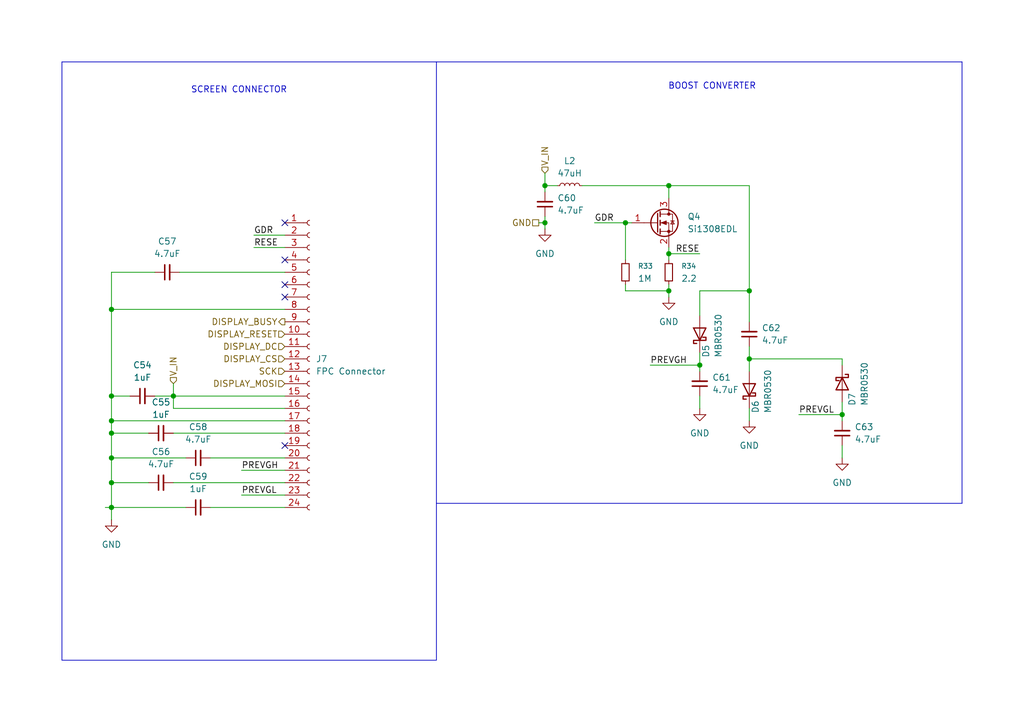
<source format=kicad_sch>
(kicad_sch (version 20250114) (generator "eeschema") (generator_version "9.0")
  (paper "A5")
  (lib_symbols
    (symbol "Connector:Conn_01x24_Socket" (pin_names (offset 1.016) (hide yes))
      (property "Reference" "J" (at 0 30.48 0))
      (property "Value" "Conn_01x24_Socket" (at 0 -33.02 0))
      (symbol "Conn_01x24_Socket_1_1"
        (polyline (pts (xy -1.27 27.94) (xy -0.508 27.94)) (stroke (width 0.1524)))
        (polyline (pts (xy -1.27 25.4) (xy -0.508 25.4)) (stroke (width 0.1524)))
        (polyline (pts (xy -1.27 22.86) (xy -0.508 22.86)) (stroke (width 0.1524)))
        (polyline (pts (xy -1.27 20.32) (xy -0.508 20.32)) (stroke (width 0.1524)))
        (polyline (pts (xy -1.27 17.78) (xy -0.508 17.78)) (stroke (width 0.1524)))
        (polyline (pts (xy -1.27 15.24) (xy -0.508 15.24)) (stroke (width 0.1524)))
        (polyline (pts (xy -1.27 12.7) (xy -0.508 12.7)) (stroke (width 0.1524)))
        (polyline (pts (xy -1.27 10.16) (xy -0.508 10.16)) (stroke (width 0.1524)))
        (polyline (pts (xy -1.27 7.62) (xy -0.508 7.62)) (stroke (width 0.1524)))
        (polyline (pts (xy -1.27 5.08) (xy -0.508 5.08)) (stroke (width 0.1524)))
        (polyline (pts (xy -1.27 2.54) (xy -0.508 2.54)) (stroke (width 0.1524)))
        (polyline (pts (xy -1.27 0) (xy -0.508 0)) (stroke (width 0.1524)))
        (polyline (pts (xy -1.27 -2.54) (xy -0.508 -2.54)) (stroke (width 0.1524)))
        (polyline (pts (xy -1.27 -5.08) (xy -0.508 -5.08)) (stroke (width 0.1524)))
        (polyline (pts (xy -1.27 -7.62) (xy -0.508 -7.62)) (stroke (width 0.1524)))
        (polyline (pts (xy -1.27 -10.16) (xy -0.508 -10.16)) (stroke (width 0.1524)))
        (polyline (pts (xy -1.27 -12.7) (xy -0.508 -12.7)) (stroke (width 0.1524)))
        (polyline (pts (xy -1.27 -15.24) (xy -0.508 -15.24)) (stroke (width 0.1524)))
        (polyline (pts (xy -1.27 -17.78) (xy -0.508 -17.78)) (stroke (width 0.1524)))
        (polyline (pts (xy -1.27 -20.32) (xy -0.508 -20.32)) (stroke (width 0.1524)))
        (polyline (pts (xy -1.27 -22.86) (xy -0.508 -22.86)) (stroke (width 0.1524)))
        (polyline (pts (xy -1.27 -25.4) (xy -0.508 -25.4)) (stroke (width 0.1524)))
        (polyline (pts (xy -1.27 -27.94) (xy -0.508 -27.94)) (stroke (width 0.1524)))
        (polyline (pts (xy -1.27 -30.48) (xy -0.508 -30.48)) (stroke (width 0.1524)))
        (arc (start 0 27.432) (mid -0.5058 27.94) (end 0 28.448) (stroke (width 0.1524)))
        (arc (start 0 24.892) (mid -0.5058 25.4) (end 0 25.908) (stroke (width 0.1524)))
        (arc (start 0 22.352) (mid -0.5058 22.86) (end 0 23.368) (stroke (width 0.1524)))
        (arc (start 0 19.812) (mid -0.5058 20.32) (end 0 20.828) (stroke (width 0.1524)))
        (arc (start 0 17.272) (mid -0.5058 17.78) (end 0 18.288) (stroke (width 0.1524)))
        (arc (start 0 14.732) (mid -0.5058 15.24) (end 0 15.748) (stroke (width 0.1524)))
        (arc (start 0 12.192) (mid -0.5058 12.7) (end 0 13.208) (stroke (width 0.1524)))
        (arc (start 0 9.652) (mid -0.5058 10.16) (end 0 10.668) (stroke (width 0.1524)))
        (arc (start 0 7.112) (mid -0.5058 7.62) (end 0 8.128) (stroke (width 0.1524)))
        (arc (start 0 4.572) (mid -0.5058 5.08) (end 0 5.588) (stroke (width 0.1524)))
        (arc (start 0 2.032) (mid -0.5058 2.54) (end 0 3.048) (stroke (width 0.1524)))
        (arc (start 0 -0.508) (mid -0.5058 0) (end 0 0.508) (stroke (width 0.1524)))
        (arc (start 0 -3.048) (mid -0.5058 -2.54) (end 0 -2.032) (stroke (width 0.1524)))
        (arc (start 0 -5.588) (mid -0.5058 -5.08) (end 0 -4.572) (stroke (width 0.1524)))
        (arc (start 0 -8.128) (mid -0.5058 -7.62) (end 0 -7.112) (stroke (width 0.1524)))
        (arc (start 0 -10.668) (mid -0.5058 -10.16) (end 0 -9.652) (stroke (width 0.1524)))
        (arc (start 0 -13.208) (mid -0.5058 -12.7) (end 0 -12.192) (stroke (width 0.1524)))
        (arc (start 0 -15.748) (mid -0.5058 -15.24) (end 0 -14.732) (stroke (width 0.1524)))
        (arc (start 0 -18.288) (mid -0.5058 -17.78) (end 0 -17.272) (stroke (width 0.1524)))
        (arc (start 0 -20.828) (mid -0.5058 -20.32) (end 0 -19.812) (stroke (width 0.1524)))
        (arc (start 0 -23.368) (mid -0.5058 -22.86) (end 0 -22.352) (stroke (width 0.1524)))
        (arc (start 0 -25.908) (mid -0.5058 -25.4) (end 0 -24.892) (stroke (width 0.1524)))
        (arc (start 0 -28.448) (mid -0.5058 -27.94) (end 0 -27.432) (stroke (width 0.1524)))
        (arc (start 0 -30.988) (mid -0.5058 -30.48) (end 0 -29.972) (stroke (width 0.1524)))
        (pin passive line (at -5.08 27.94 0) (length 3.81) (name "Pin_1") (number "1"))
        (pin passive line (at -5.08 25.4 0) (length 3.81) (name "Pin_2") (number "2"))
        (pin passive line (at -5.08 22.86 0) (length 3.81) (name "Pin_3") (number "3"))
        (pin passive line (at -5.08 20.32 0) (length 3.81) (name "Pin_4") (number "4"))
        (pin passive line (at -5.08 17.78 0) (length 3.81) (name "Pin_5") (number "5"))
        (pin passive line (at -5.08 15.24 0) (length 3.81) (name "Pin_6") (number "6"))
        (pin passive line (at -5.08 12.7 0) (length 3.81) (name "Pin_7") (number "7"))
        (pin passive line (at -5.08 10.16 0) (length 3.81) (name "Pin_8") (number "8"))
        (pin passive line (at -5.08 7.62 0) (length 3.81) (name "Pin_9") (number "9"))
        (pin passive line (at -5.08 5.08 0) (length 3.81) (name "Pin_10") (number "10"))
        (pin passive line (at -5.08 2.54 0) (length 3.81) (name "Pin_11") (number "11"))
        (pin passive line (at -5.08 0 0) (length 3.81) (name "Pin_12") (number "12"))
        (pin passive line (at -5.08 -2.54 0) (length 3.81) (name "Pin_13") (number "13"))
        (pin passive line (at -5.08 -5.08 0) (length 3.81) (name "Pin_14") (number "14"))
        (pin passive line (at -5.08 -7.62 0) (length 3.81) (name "Pin_15") (number "15"))
        (pin passive line (at -5.08 -10.16 0) (length 3.81) (name "Pin_16") (number "16"))
        (pin passive line (at -5.08 -12.7 0) (length 3.81) (name "Pin_17") (number "17"))
        (pin passive line (at -5.08 -15.24 0) (length 3.81) (name "Pin_18") (number "18"))
        (pin passive line (at -5.08 -17.78 0) (length 3.81) (name "Pin_19") (number "19"))
        (pin passive line (at -5.08 -20.32 0) (length 3.81) (name "Pin_20") (number "20"))
        (pin passive line (at -5.08 -22.86 0) (length 3.81) (name "Pin_21") (number "21"))
        (pin passive line (at -5.08 -25.4 0) (length 3.81) (name "Pin_22") (number "22"))
        (pin passive line (at -5.08 -27.94 0) (length 3.81) (name "Pin_23") (number "23"))
        (pin passive line (at -5.08 -30.48 0) (length 3.81) (name "Pin_24") (number "24"))
      )
    )
    (symbol "Device:C_Small" (pin_numbers (hide yes)) (pin_names (offset 0.254) (hide yes))
      (property "Reference" "C" (at 0.254 1.778 0))
      (property "Value" "C_Small" (at 0.254 -2.032 0))
      (symbol "C_Small_0_1"
        (polyline (pts (xy -1.524 0.508) (xy 1.524 0.508)) (stroke (width 0.3048)))
        (polyline (pts (xy -1.524 -0.508) (xy 1.524 -0.508)) (stroke (width 0.3302)))
      )
      (symbol "C_Small_1_1"
        (pin passive line (at 0 2.54 270) (length 2.032) (name "~") (number "1"))
        (pin passive line (at 0 -2.54 90) (length 2.032) (name "~") (number "2"))
      )
    )
    (symbol "Device:L_Small" (pin_numbers (hide yes)) (pin_names (offset 0.254) (hide yes))
      (property "Reference" "L" (at 0.762 1.016 0))
      (property "Value" "L_Small" (at 0.762 -1.016 0))
      (symbol "L_Small_0_1"
        (arc (start 0 2.032) (mid 0.5058 1.524) (end 0 1.016))
        (arc (start 0 1.016) (mid 0.5058 0.508) (end 0 0))
        (arc (start 0 0) (mid 0.5058 -0.508) (end 0 -1.016))
        (arc (start 0 -1.016) (mid 0.5058 -1.524) (end 0 -2.032))
      )
      (symbol "L_Small_1_1"
        (pin passive line (at 0 2.54 270) (length 0.508) (name "~") (number "1"))
        (pin passive line (at 0 -2.54 90) (length 0.508) (name "~") (number "2"))
      )
    )
    (symbol "Diode:MBR0530" (pin_numbers (hide yes)) (pin_names (offset 1.016) (hide yes))
      (property "Reference" "D" (at 0 2.54 0))
      (property "Value" "MBR0530" (at 0 -2.54 0))
      (symbol "MBR0530_0_1"
        (polyline (pts (xy -1.905 0.635) (xy -1.905 1.27) (xy -1.27 1.27) (xy -1.27 -1.27) (xy -0.635 -1.27) (xy -0.635 -0.635)) (stroke (width 0.254)))
        (polyline (pts (xy 1.27 1.27) (xy 1.27 -1.27) (xy -1.27 0) (xy 1.27 1.27)) (stroke (width 0.254)))
        (polyline (pts (xy 1.27 0) (xy -1.27 0)))
      )
      (symbol "MBR0530_1_1"
        (pin passive line (at -3.81 0 0) (length 2.54) (name "K") (number "1"))
        (pin passive line (at 3.81 0 180) (length 2.54) (name "A") (number "2"))
      )
    )
    (symbol "R_Small_5" (pin_numbers (hide yes)) (pin_names (offset 0.254) (hide yes))
      (property "Reference" "R" (at 0 0 90))
      (property "Value" "R_Small" (at 1.778 0 90))
      (symbol "R_Small_5_0_1"
        (rectangle (start -0.762 1.778) (end 0.762 -1.778) (stroke (width 0.2032)))
      )
      (symbol "R_Small_5_1_1"
        (pin passive line (at 0 2.54 270) (length 0.762) (name "~") (number "1"))
        (pin passive line (at 0 -2.54 90) (length 0.762) (name "~") (number "2"))
      )
    )
    (symbol "Transistor_FET:Si1308EDL" (pin_names (offset 0) (hide yes))
      (property "Reference" "Q" (at 5.08 1.905 0))
      (property "Value" "Si1308EDL" (at 5.08 0 0))
      (symbol "Si1308EDL_0_1"
        (polyline (pts (xy 0.254 1.905) (xy 0.254 -1.905)) (stroke (width 0.254)))
        (polyline (pts (xy 0.254 0) (xy -2.54 0)))
        (polyline (pts (xy 0.762 2.286) (xy 0.762 1.27)) (stroke (width 0.254)))
        (polyline (pts (xy 0.762 0.508) (xy 0.762 -0.508)) (stroke (width 0.254)))
        (polyline (pts (xy 0.762 -1.27) (xy 0.762 -2.286)) (stroke (width 0.254)))
        (polyline (pts (xy 0.762 -1.778) (xy 3.302 -1.778) (xy 3.302 1.778) (xy 0.762 1.778)))
        (polyline (pts (xy 1.016 0) (xy 2.032 0.381) (xy 2.032 -0.381) (xy 1.016 0)) (fill (type outline)))
        (circle (center 1.651 0) (radius 2.794) (stroke (width 0.254)))
        (polyline (pts (xy 2.54 2.54) (xy 2.54 1.778)))
        (circle (center 2.54 1.778) (radius 0.254) (fill (type outline)))
        (circle (center 2.54 -1.778) (radius 0.254) (fill (type outline)))
        (polyline (pts (xy 2.54 -2.54) (xy 2.54 0) (xy 0.762 0)))
        (polyline (pts (xy 2.921 0.381) (xy 3.683 0.381)))
        (polyline (pts (xy 3.302 0.381) (xy 2.921 -0.254) (xy 3.683 -0.254) (xy 3.302 0.381)))
      )
      (symbol "Si1308EDL_1_1"
        (pin input line (at -5.08 0 0) (length 2.54) (name "G") (number "1"))
        (pin passive line (at 2.54 5.08 270) (length 2.54) (name "D") (number "3"))
        (pin passive line (at 2.54 -5.08 90) (length 2.54) (name "S") (number "2"))
      )
    )
    (symbol "power:GND" (power) (pin_numbers (hide yes)) (pin_names (offset 0) (hide yes))
      (property "Value" "GND" (at 0 -3.81 0))
      (symbol "GND_0_1"
        (polyline (pts (xy 0 0) (xy 0 -1.27) (xy 1.27 -1.27) (xy 0 -2.54) (xy -1.27 -1.27) (xy 0 -1.27)))
      )
      (symbol "GND_1_1"
        (pin power_in line (at 0 0 270) (length 0) (name "~") (number "1"))
      )
    )
  )
  (rectangle (start 12.7 12.7) (end 89.5 135.5))
  (text "BOOST CONVERTER" (at 146.05 17.78 0) (effects (font (size 1.27 1.27))))
  (text "SCREEN CONNECTOR" (at 49.022 18.542 0) (effects (font (size 1.27 1.27))))
  (junction (at 172.72 85.09))
  (junction (at 22.86 88.9))
  (junction (at 22.86 63.5))
  (junction (at 22.86 104.14))
  (junction (at 128.27 45.72))
  (junction (at 111.76 38.1))
  (junction (at 137.16 59.69))
  (junction (at 137.16 52.07))
  (junction (at 153.67 73.66))
  (junction (at 35.56 81.28))
  (junction (at 22.86 99.06))
  (junction (at 22.86 81.28))
  (junction (at 111.76 45.72))
  (junction (at 153.67 59.69))
  (junction (at 137.16 38.1))
  (junction (at 22.86 93.98))
  (junction (at 143.51 74.93))
  (junction (at 22.86 86.36))
  (no_connect (at 58.42 91.44))
  (no_connect (at 58.42 58.42))
  (no_connect (at 58.42 60.96))
  (no_connect (at 58.42 53.34))
  (no_connect (at 58.42 45.72))
  (wire (pts (xy 21.59 104.14) (xy 22.86 104.14)))
  (wire (pts (xy 143.51 64.77) (xy 143.51 59.69)))
  (wire (pts (xy 111.76 45.72) (xy 111.76 46.99)))
  (wire (pts (xy 128.27 45.72) (xy 128.27 53.34)))
  (wire (pts (xy 22.86 86.36) (xy 58.42 86.36)))
  (wire (pts (xy 22.86 81.28) (xy 26.67 81.28)))
  (wire (pts (xy 22.86 93.98) (xy 22.86 88.9)))
  (wire (pts (xy 172.72 74.93) (xy 172.72 73.66)))
  (wire (pts (xy 22.86 63.5) (xy 58.42 63.5)))
  (wire (pts (xy 22.86 88.9) (xy 22.86 86.36)))
  (wire (pts (xy 35.56 81.28) (xy 58.42 81.28)))
  (wire (pts (xy 22.86 106.68) (xy 22.86 104.14)))
  (wire (pts (xy 35.56 83.82) (xy 35.56 81.28)))
  (wire (pts (xy 22.86 81.28) (xy 22.86 63.5)))
  (wire (pts (xy 22.86 93.98) (xy 38.1 93.98)))
  (wire (pts (xy 58.42 83.82) (xy 35.56 83.82)))
  (wire (pts (xy 35.56 78.74) (xy 35.56 81.28)))
  (wire (pts (xy 22.86 63.5) (xy 22.86 55.88)))
  (wire (pts (xy 111.76 35.56) (xy 111.76 38.1)))
  (wire (pts (xy 111.76 38.1) (xy 111.76 39.37)))
  (wire (pts (xy 43.18 93.98) (xy 58.42 93.98)))
  (wire (pts (xy 153.67 38.1) (xy 137.16 38.1)))
  (wire (pts (xy 153.67 73.66) (xy 153.67 76.2)))
  (wire (pts (xy 153.67 71.12) (xy 153.67 73.66)))
  (wire (pts (xy 137.16 50.8) (xy 137.16 52.07)))
  (wire (pts (xy 22.86 104.14) (xy 38.1 104.14)))
  (wire (pts (xy 119.38 38.1) (xy 137.16 38.1)))
  (polyline (pts (xy 89.5 103.3) (xy 197.3 103.3)))
  (wire (pts (xy 137.16 59.69) (xy 137.16 60.96)))
  (wire (pts (xy 128.27 59.69) (xy 137.16 59.69)))
  (wire (pts (xy 172.72 82.55) (xy 172.72 85.09)))
  (wire (pts (xy 137.16 38.1) (xy 137.16 40.64)))
  (wire (pts (xy 137.16 52.07) (xy 137.16 53.34)))
  (wire (pts (xy 22.86 88.9) (xy 30.48 88.9)))
  (wire (pts (xy 153.67 66.04) (xy 153.67 59.69)))
  (wire (pts (xy 35.56 99.06) (xy 58.42 99.06)))
  (wire (pts (xy 153.67 59.69) (xy 153.67 38.1)))
  (wire (pts (xy 172.72 91.44) (xy 172.72 93.98)))
  (wire (pts (xy 128.27 58.42) (xy 128.27 59.69)))
  (polyline (pts (xy 89.5 12.7) (xy 197.3 12.7)))
  (wire (pts (xy 22.86 86.36) (xy 22.86 81.28)))
  (wire (pts (xy 143.51 72.39) (xy 143.51 74.93)))
  (wire (pts (xy 22.86 99.06) (xy 30.48 99.06)))
  (wire (pts (xy 129.54 45.72) (xy 128.27 45.72)))
  (wire (pts (xy 153.67 73.66) (xy 172.72 73.66)))
  (wire (pts (xy 52.07 50.8) (xy 58.42 50.8)))
  (wire (pts (xy 143.51 74.93) (xy 143.51 76.2)))
  (wire (pts (xy 22.86 55.88) (xy 31.75 55.88)))
  (wire (pts (xy 35.56 88.9) (xy 58.42 88.9)))
  (wire (pts (xy 22.86 104.14) (xy 22.86 99.06)))
  (wire (pts (xy 153.67 83.82) (xy 153.67 86.36)))
  (wire (pts (xy 52.07 48.26) (xy 58.42 48.26)))
  (wire (pts (xy 111.76 38.1) (xy 114.3 38.1)))
  (wire (pts (xy 111.76 44.45) (xy 111.76 45.72)))
  (wire (pts (xy 31.75 81.28) (xy 35.56 81.28)))
  (polyline (pts (xy 197.3 12.7) (xy 197.3 103.3)))
  (wire (pts (xy 49.53 101.6) (xy 58.42 101.6)))
  (wire (pts (xy 36.83 55.88) (xy 58.42 55.88)))
  (wire (pts (xy 128.27 45.72) (xy 121.92 45.72)))
  (wire (pts (xy 172.72 85.09) (xy 172.72 86.36)))
  (wire (pts (xy 163.83 85.09) (xy 172.72 85.09)))
  (wire (pts (xy 43.18 104.14) (xy 58.42 104.14)))
  (wire (pts (xy 137.16 58.42) (xy 137.16 59.69)))
  (wire (pts (xy 49.53 96.52) (xy 58.42 96.52)))
  (wire (pts (xy 133.35 74.93) (xy 143.51 74.93)))
  (wire (pts (xy 143.51 59.69) (xy 153.67 59.69)))
  (wire (pts (xy 143.51 52.07) (xy 137.16 52.07)))
  (wire (pts (xy 110.49 45.72) (xy 111.76 45.72)))
  (wire (pts (xy 22.86 99.06) (xy 22.86 93.98)))
  (wire (pts (xy 143.51 81.28) (xy 143.51 83.82)))
  (label "GDR" (at 121.92 45.72 0))
  (label "RESE" (at 143.51 52.07 180))
  (label "PREVGH" (at 49.53 96.52 0))
  (label "PREVGL" (at 163.83 85.09 0))
  (label "RESE" (at 52.07 50.8 0))
  (label "PREVGH" (at 133.35 74.93 0))
  (label "PREVGL" (at 49.53 101.6 0))
  (label "GDR" (at 52.07 48.26 0))
  (hierarchical_label "DISPLAY_DC" (shape input) (at 58.42 71.12 180))
  (hierarchical_label "GND" (shape passive) (at 110.49 45.72 180))
  (hierarchical_label "DISPLAY_RESET" (shape input) (at 58.42 68.58 180))
  (hierarchical_label "V_IN" (shape input) (at 111.76 35.56 90))
  (hierarchical_label "DISPLAY_BUSY" (shape output) (at 58.42 66.04 180))
  (hierarchical_label "DISPLAY_MOSI" (shape input) (at 58.42 78.74 180))
  (hierarchical_label "V_IN" (shape input) (at 35.56 78.74 90))
  (hierarchical_label "DISPLAY_CS" (shape input) (at 58.42 73.66 180))
  (hierarchical_label "SCK" (shape input) (at 58.42 76.2 180))
  (symbol (lib_id "Diode:MBR0530") (at 143.51 68.58 90) (unit 1)
    (property "Reference" "D1" (at 144.78 73.406 0) (effects (justify left)))
    (property "Value" "MBR0530" (at 147.32 73.406 0) (effects (justify left)))
    (property "Footprint" "Diode_SMD:D_SOD-123" (effects (hide yes)))
    (property "Datasheet" "http://www.mccsemi.com/up_pdf/MBR0520~MBR0580(SOD123).pdf" (effects (hide yes)))
    (property "Description" "30V 0.5A Schottky Power Rectifier Diode, SOD-123" (effects (hide yes)))
    (instances (project "Tome" (path "" (reference "D5") (unit 1)) (path "" (reference "D1") (unit 1))))
  )
  (symbol (lib_name "R_Small_5") (lib_id "Device:R_Small") (at 128.27 55.88 180) (unit 1)
    (property "Reference" "R21" (at 130.81 54.6099 0) (effects (font (size 1.016 1.016)) (justify right)))
    (property "Value" "1M" (at 130.81 57.1499 0) (effects (justify right)))
    (property "Footprint" "Resistor_SMD:R_0805_2012Metric" (effects (hide yes)))
    (property "Description" "Resistor, small symbol" (effects (hide yes)))
    (instances (project "Tome" (path "" (reference "R33") (unit 1)) (path "" (reference "R21") (unit 1))))
  )
  (symbol (lib_id "Device:C_Small") (at 111.76 41.91 180) (unit 1)
    (property "Reference" "C46" (at 114.3 40.6335 0) (effects (justify right)))
    (property "Value" "4.7uF" (at 114.3 43.1735 0) (effects (justify right)))
    (property "Footprint" "Capacitor_SMD:C_0805_2012Metric" (effects (hide yes)))
    (property "Description" "Unpolarized capacitor, small symbol" (effects (hide yes)))
    (instances (project "Tome" (path "" (reference "C60") (unit 1)) (path "" (reference "C46") (unit 1))))
  )
  (symbol (lib_id "Connector:Conn_01x24_Socket") (at 63.5 73.66 0) (unit 1)
    (property "Reference" "J6" (at 64.77 73.6599 0) (effects (justify left)))
    (property "Value" "FPC Connector" (at 64.77 76.1999 0) (effects (justify left)))
    (property "Footprint" "Connector_FFC-FPC:Hirose_FH12-24S-0.5SH_1x24-1MP_P0.50mm_Horizontal" (effects (hide yes)))
    (property "Description" "Generic connector, single row, 01x24, script generated" (effects (hide yes)))
    (instances (project "Tome" (path "" (reference "J7") (unit 1)) (path "" (reference "J6") (unit 1))))
  )
  (symbol (lib_id "power:GND") (at 143.51 83.82 0) (unit 1)
    (property "Reference" "#PWR075" (effects (hide yes)))
    (property "Value" "GND" (at 143.51 88.9 0))
    (property "Description" "Power symbol creates a global label with name \"GND\" , ground" (effects (hide yes)))
    (instances (project "Tome" (path "" (reference "#PWR099") (unit 1)) (path "" (reference "#PWR075") (unit 1))))
  )
  (symbol (lib_id "power:GND") (at 111.76 46.99 0) (unit 1)
    (property "Reference" "#PWR073" (effects (hide yes)))
    (property "Value" "GND" (at 111.76 52.07 0))
    (property "Description" "Power symbol creates a global label with name \"GND\" , ground" (effects (hide yes)))
    (instances (project "Tome" (path "" (reference "#PWR094") (unit 1)) (path "" (reference "#PWR073") (unit 1))))
  )
  (symbol (lib_id "power:GND") (at 153.67 86.36 0) (unit 1)
    (property "Reference" "#PWR076" (effects (hide yes)))
    (property "Value" "GND" (at 153.67 91.44 0))
    (property "Description" "Power symbol creates a global label with name \"GND\" , ground" (effects (hide yes)))
    (instances (project "Tome" (path "" (reference "#PWR0100") (unit 1)) (path "" (reference "#PWR076") (unit 1))))
  )
  (symbol (lib_id "Device:C_Small") (at 33.02 99.06 90) (unit 1)
    (property "Reference" "C42" (at 33.0263 92.71 90))
    (property "Value" "4.7uF" (at 33.0263 95.25 90))
    (property "Footprint" "Capacitor_SMD:C_0805_2012Metric" (effects (hide yes)))
    (property "Description" "Unpolarized capacitor, small symbol" (effects (hide yes)))
    (instances (project "Tome" (path "" (reference "C56") (unit 1)) (path "" (reference "C42") (unit 1))))
  )
  (symbol (lib_id "Device:C_Small") (at 40.64 104.14 90) (unit 1)
    (property "Reference" "C45" (at 40.6463 97.79 90))
    (property "Value" "1uF" (at 40.6463 100.33 90))
    (property "Footprint" "Capacitor_SMD:C_0805_2012Metric" (effects (hide yes)))
    (property "Description" "Unpolarized capacitor, small symbol" (effects (hide yes)))
    (instances (project "Tome" (path "" (reference "C59") (unit 1)) (path "" (reference "C45") (unit 1))))
  )
  (symbol (lib_id "Device:L_Small") (at 116.84 38.1 90) (unit 1)
    (property "Reference" "L1" (at 116.84 33.02 90))
    (property "Value" "47uH" (at 116.84 35.56 90))
    (property "Footprint" "Inductor_SMD:L_APV_ANR3015" (effects (hide yes)))
    (property "Description" "Inductor, small symbol" (effects (hide yes)))
    (instances (project "Tome" (path "" (reference "L2") (unit 1)) (path "" (reference "L1") (unit 1))))
  )
  (symbol (lib_id "Device:C_Small") (at 40.64 93.98 90) (unit 1)
    (property "Reference" "C44" (at 40.6463 87.63 90))
    (property "Value" "4.7uF" (at 40.6463 90.17 90))
    (property "Footprint" "Capacitor_SMD:C_0805_2012Metric" (effects (hide yes)))
    (property "Description" "Unpolarized capacitor, small symbol" (effects (hide yes)))
    (instances (project "Tome" (path "" (reference "C58") (unit 1)) (path "" (reference "C44") (unit 1))))
  )
  (symbol (lib_name "R_Small_5") (lib_id "Device:R_Small") (at 137.16 55.88 0) (unit 1)
    (property "Reference" "R23" (at 139.7 54.6099 0) (effects (font (size 1.016 1.016)) (justify left)))
    (property "Value" "2.2" (at 139.7 57.1499 0) (effects (justify left)))
    (property "Footprint" "Resistor_SMD:R_0603_1608Metric" (effects (hide yes)))
    (property "Description" "Resistor, small symbol" (effects (hide yes)))
    (instances (project "Tome" (path "" (reference "R34") (unit 1)) (path "" (reference "R23") (unit 1))))
  )
  (symbol (lib_id "Diode:MBR0530") (at 172.72 78.74 270) (unit 1)
    (property "Reference" "D3" (at 174.752 83.312 0) (effects (justify right)))
    (property "Value" "MBR0530" (at 177.292 83.312 0) (effects (justify right)))
    (property "Footprint" "Diode_SMD:D_SOD-123" (effects (hide yes)))
    (property "Datasheet" "http://www.mccsemi.com/up_pdf/MBR0520~MBR0580(SOD123).pdf" (effects (hide yes)))
    (property "Description" "30V 0.5A Schottky Power Rectifier Diode, SOD-123" (effects (hide yes)))
    (instances (project "Tome" (path "" (reference "D7") (unit 1)) (path "" (reference "D3") (unit 1))))
  )
  (symbol (lib_id "Transistor_FET:Si1308EDL") (at 134.62 45.72 0) (unit 1)
    (property "Reference" "Q3" (at 140.97 44.4499 0) (effects (justify left)))
    (property "Value" "Si1308EDL" (at 140.97 46.9899 0) (effects (justify left)))
    (property "Footprint" "Package_TO_SOT_SMD:SOT-323_SC-70" (effects (hide yes)))
    (property "Datasheet" "https://www.vishay.com/docs/63399/si1308edl.pdf" (effects (hide yes)))
    (property "Description" "30V Vds, 1.4A Id, N-Channel MOSFET, SC-70" (effects (hide yes)))
    (instances (project "Tome" (path "" (reference "Q4") (unit 1)) (path "" (reference "Q3") (unit 1))))
  )
  (symbol (lib_id "Device:C_Small") (at 143.51 78.74 180) (unit 1)
    (property "Reference" "C47" (at 146.05 77.4635 0) (effects (justify right)))
    (property "Value" "4.7uF" (at 146.05 80.0035 0) (effects (justify right)))
    (property "Footprint" "Capacitor_SMD:C_0805_2012Metric" (effects (hide yes)))
    (property "Description" "Unpolarized capacitor, small symbol" (effects (hide yes)))
    (instances (project "Tome" (path "" (reference "C61") (unit 1)) (path "" (reference "C47") (unit 1))))
  )
  (symbol (lib_id "Device:C_Small") (at 153.67 68.58 180) (unit 1)
    (property "Reference" "C48" (at 156.21 67.3035 0) (effects (justify right)))
    (property "Value" "4.7uF" (at 156.21 69.8435 0) (effects (justify right)))
    (property "Footprint" "Capacitor_SMD:C_0805_2012Metric" (effects (hide yes)))
    (property "Description" "Unpolarized capacitor, small symbol" (effects (hide yes)))
    (instances (project "Tome" (path "" (reference "C62") (unit 1)) (path "" (reference "C48") (unit 1))))
  )
  (symbol (lib_id "power:GND") (at 137.16 60.96 0) (unit 1)
    (property "Reference" "#PWR074" (effects (hide yes)))
    (property "Value" "GND" (at 137.16 66.04 0))
    (property "Description" "Power symbol creates a global label with name \"GND\" , ground" (effects (hide yes)))
    (instances (project "Tome" (path "" (reference "#PWR098") (unit 1)) (path "" (reference "#PWR074") (unit 1))))
  )
  (symbol (lib_id "Diode:MBR0530") (at 153.67 80.01 90) (unit 1)
    (property "Reference" "D2" (at 154.94 84.836 0) (effects (justify left)))
    (property "Value" "MBR0530" (at 157.48 84.836 0) (effects (justify left)))
    (property "Footprint" "Diode_SMD:D_SOD-123" (effects (hide yes)))
    (property "Datasheet" "http://www.mccsemi.com/up_pdf/MBR0520~MBR0580(SOD123).pdf" (effects (hide yes)))
    (property "Description" "30V 0.5A Schottky Power Rectifier Diode, SOD-123" (effects (hide yes)))
    (instances (project "Tome" (path "" (reference "D6") (unit 1)) (path "" (reference "D2") (unit 1))))
  )
  (symbol (lib_id "Device:C_Small") (at 172.72 88.9 180) (unit 1)
    (property "Reference" "C49" (at 175.26 87.6235 0) (effects (justify right)))
    (property "Value" "4.7uF" (at 175.26 90.1635 0) (effects (justify right)))
    (property "Footprint" "Capacitor_SMD:C_0805_2012Metric" (effects (hide yes)))
    (property "Description" "Unpolarized capacitor, small symbol" (effects (hide yes)))
    (instances (project "Tome" (path "" (reference "C63") (unit 1)) (path "" (reference "C49") (unit 1))))
  )
  (symbol (lib_id "Device:C_Small") (at 33.02 88.9 90) (unit 1)
    (property "Reference" "C41" (at 33.0263 82.55 90))
    (property "Value" "1uF" (at 33.0263 85.09 90))
    (property "Footprint" "Capacitor_SMD:C_0805_2012Metric" (effects (hide yes)))
    (property "Description" "Unpolarized capacitor, small symbol" (effects (hide yes)))
    (instances (project "Tome" (path "" (reference "C55") (unit 1)) (path "" (reference "C41") (unit 1))))
  )
  (symbol (lib_id "power:GND") (at 172.72 93.98 0) (unit 1)
    (property "Reference" "#PWR077" (effects (hide yes)))
    (property "Value" "GND" (at 172.72 99.06 0))
    (property "Description" "Power symbol creates a global label with name \"GND\" , ground" (effects (hide yes)))
    (instances (project "Tome" (path "" (reference "#PWR0101") (unit 1)) (path "" (reference "#PWR077") (unit 1))))
  )
  (symbol (lib_id "Device:C_Small") (at 34.29 55.88 90) (unit 1)
    (property "Reference" "C43" (at 34.2963 49.53 90))
    (property "Value" "4.7uF" (at 34.2963 52.07 90))
    (property "Footprint" "Capacitor_SMD:C_0805_2012Metric" (effects (hide yes)))
    (property "Description" "Unpolarized capacitor, small symbol" (effects (hide yes)))
    (instances (project "Tome" (path "" (reference "C57") (unit 1)) (path "" (reference "C43") (unit 1))))
  )
  (symbol (lib_id "power:GND") (at 22.86 106.68 0) (unit 1)
    (property "Reference" "#PWR050" (effects (hide yes)))
    (property "Value" "GND" (at 22.86 111.76 0))
    (property "Description" "Power symbol creates a global label with name \"GND\" , ground" (effects (hide yes)))
    (instances (project "Tome" (path "" (reference "#PWR088") (unit 1)) (path "" (reference "#PWR050") (unit 1))))
  )
  (symbol (lib_id "Device:C_Small") (at 29.21 81.28 90) (unit 1)
    (property "Reference" "C40" (at 29.2163 74.93 90))
    (property "Value" "1uF" (at 29.2163 77.47 90))
    (property "Footprint" "Capacitor_SMD:C_0805_2012Metric" (effects (hide yes)))
    (property "Description" "Unpolarized capacitor, small symbol" (effects (hide yes)))
    (instances (project "Tome" (path "" (reference "C54") (unit 1)) (path "" (reference "C40") (unit 1))))
  )
)
</source>
